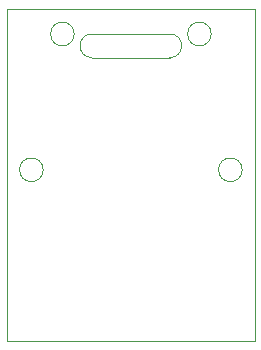
<source format=gm1>
G04 #@! TF.GenerationSoftware,KiCad,Pcbnew,(5.1.5)-3*
G04 #@! TF.CreationDate,2020-10-16T21:11:22-07:00*
G04 #@! TF.ProjectId,NeutrikEthercon,4e657574-7269-46b4-9574-686572636f6e,rev?*
G04 #@! TF.SameCoordinates,Original*
G04 #@! TF.FileFunction,Profile,NP*
%FSLAX46Y46*%
G04 Gerber Fmt 4.6, Leading zero omitted, Abs format (unit mm)*
G04 Created by KiCad (PCBNEW (5.1.5)-3) date 2020-10-16 21:11:22*
%MOMM*%
%LPD*%
G04 APERTURE LIST*
%ADD10C,0.050000*%
%ADD11C,0.100000*%
G04 APERTURE END LIST*
D10*
X131700000Y-105500000D02*
G75*
G02X131700000Y-103500000I0J1000000D01*
G01*
X138300000Y-103500000D02*
G75*
G02X138300000Y-105500000I0J-1000000D01*
G01*
D11*
X145500000Y-101400000D02*
X145500000Y-129500000D01*
X124500000Y-101400000D02*
X145500000Y-101400000D01*
X124500000Y-129500000D02*
X124500000Y-101400000D01*
X145500000Y-129500000D02*
X124500000Y-129500000D01*
D10*
X131700000Y-105500000D02*
X138300000Y-105500000D01*
X131700000Y-103500000D02*
X138300000Y-103500000D01*
X130200000Y-103500000D02*
G75*
G03X130200000Y-103500000I-1000000J0D01*
G01*
X141800000Y-103500000D02*
G75*
G03X141800000Y-103500000I-1000000J0D01*
G01*
X127575000Y-115000000D02*
G75*
G03X127575000Y-115000000I-1000000J0D01*
G01*
X144425000Y-115000000D02*
G75*
G03X144425000Y-115000000I-1000000J0D01*
G01*
M02*

</source>
